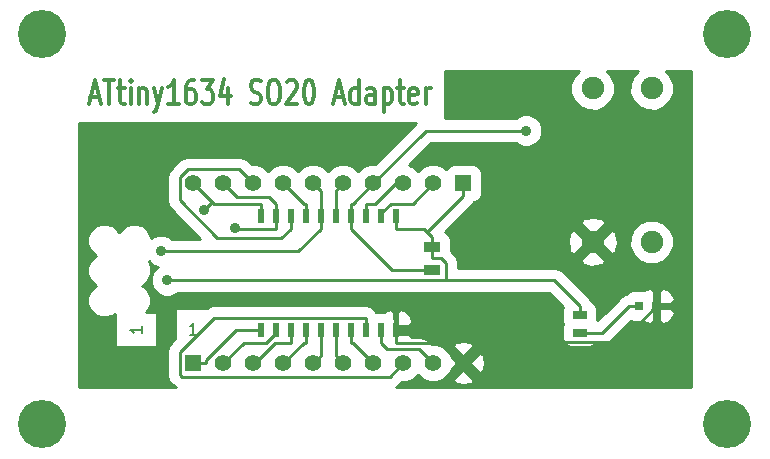
<source format=gtl>
G04 (created by PCBNEW (2013-09-28 BZR 4356)-product) date 25/03/2014 00:12:11*
%MOIN*%
G04 Gerber Fmt 3.4, Leading zero omitted, Abs format*
%FSLAX34Y34*%
G01*
G70*
G90*
G04 APERTURE LIST*
%ADD10C,0.005906*%
%ADD11C,0.005900*%
%ADD12C,0.012000*%
%ADD13C,0.074800*%
%ADD14R,0.031400X0.031400*%
%ADD15R,0.055000X0.055000*%
%ADD16C,0.055000*%
%ADD17R,0.055000X0.035000*%
%ADD18R,0.045000X0.025000*%
%ADD19R,0.020000X0.050000*%
%ADD20C,0.160000*%
%ADD21C,0.035000*%
%ADD22C,0.010000*%
G04 APERTURE END LIST*
G54D10*
G54D11*
X75604Y-45060D02*
X75379Y-45060D01*
X75492Y-45060D02*
X75492Y-44666D01*
X75454Y-44722D01*
X75417Y-44759D01*
X75379Y-44778D01*
X73800Y-44769D02*
X73800Y-44994D01*
X73800Y-44881D02*
X73406Y-44881D01*
X73462Y-44919D01*
X73500Y-44956D01*
X73518Y-44994D01*
G54D12*
X72073Y-37141D02*
X72359Y-37141D01*
X72016Y-37369D02*
X72216Y-36569D01*
X72416Y-37369D01*
X72530Y-36569D02*
X72873Y-36569D01*
X72702Y-37369D02*
X72702Y-36569D01*
X72987Y-36836D02*
X73216Y-36836D01*
X73073Y-36569D02*
X73073Y-37255D01*
X73102Y-37331D01*
X73159Y-37369D01*
X73216Y-37369D01*
X73416Y-37369D02*
X73416Y-36836D01*
X73416Y-36569D02*
X73387Y-36607D01*
X73416Y-36645D01*
X73445Y-36607D01*
X73416Y-36569D01*
X73416Y-36645D01*
X73702Y-36836D02*
X73702Y-37369D01*
X73702Y-36912D02*
X73730Y-36874D01*
X73787Y-36836D01*
X73873Y-36836D01*
X73930Y-36874D01*
X73959Y-36950D01*
X73959Y-37369D01*
X74187Y-36836D02*
X74330Y-37369D01*
X74473Y-36836D02*
X74330Y-37369D01*
X74273Y-37560D01*
X74245Y-37598D01*
X74187Y-37636D01*
X75016Y-37369D02*
X74673Y-37369D01*
X74845Y-37369D02*
X74845Y-36569D01*
X74787Y-36684D01*
X74730Y-36760D01*
X74673Y-36798D01*
X75530Y-36569D02*
X75416Y-36569D01*
X75359Y-36607D01*
X75330Y-36645D01*
X75273Y-36760D01*
X75245Y-36912D01*
X75245Y-37217D01*
X75273Y-37293D01*
X75302Y-37331D01*
X75359Y-37369D01*
X75473Y-37369D01*
X75530Y-37331D01*
X75559Y-37293D01*
X75587Y-37217D01*
X75587Y-37026D01*
X75559Y-36950D01*
X75530Y-36912D01*
X75473Y-36874D01*
X75359Y-36874D01*
X75302Y-36912D01*
X75273Y-36950D01*
X75245Y-37026D01*
X75787Y-36569D02*
X76159Y-36569D01*
X75959Y-36874D01*
X76045Y-36874D01*
X76102Y-36912D01*
X76130Y-36950D01*
X76159Y-37026D01*
X76159Y-37217D01*
X76130Y-37293D01*
X76102Y-37331D01*
X76045Y-37369D01*
X75873Y-37369D01*
X75816Y-37331D01*
X75787Y-37293D01*
X76673Y-36836D02*
X76673Y-37369D01*
X76530Y-36531D02*
X76387Y-37103D01*
X76759Y-37103D01*
X77416Y-37331D02*
X77502Y-37369D01*
X77645Y-37369D01*
X77702Y-37331D01*
X77730Y-37293D01*
X77759Y-37217D01*
X77759Y-37141D01*
X77730Y-37065D01*
X77702Y-37026D01*
X77645Y-36988D01*
X77530Y-36950D01*
X77473Y-36912D01*
X77445Y-36874D01*
X77416Y-36798D01*
X77416Y-36722D01*
X77445Y-36645D01*
X77473Y-36607D01*
X77530Y-36569D01*
X77673Y-36569D01*
X77759Y-36607D01*
X78130Y-36569D02*
X78245Y-36569D01*
X78302Y-36607D01*
X78359Y-36684D01*
X78387Y-36836D01*
X78387Y-37103D01*
X78359Y-37255D01*
X78302Y-37331D01*
X78245Y-37369D01*
X78130Y-37369D01*
X78073Y-37331D01*
X78016Y-37255D01*
X77987Y-37103D01*
X77987Y-36836D01*
X78016Y-36684D01*
X78073Y-36607D01*
X78130Y-36569D01*
X78616Y-36645D02*
X78645Y-36607D01*
X78702Y-36569D01*
X78845Y-36569D01*
X78902Y-36607D01*
X78930Y-36645D01*
X78959Y-36722D01*
X78959Y-36798D01*
X78930Y-36912D01*
X78587Y-37369D01*
X78959Y-37369D01*
X79330Y-36569D02*
X79387Y-36569D01*
X79445Y-36607D01*
X79473Y-36645D01*
X79502Y-36722D01*
X79530Y-36874D01*
X79530Y-37065D01*
X79502Y-37217D01*
X79473Y-37293D01*
X79445Y-37331D01*
X79387Y-37369D01*
X79330Y-37369D01*
X79273Y-37331D01*
X79245Y-37293D01*
X79216Y-37217D01*
X79187Y-37065D01*
X79187Y-36874D01*
X79216Y-36722D01*
X79245Y-36645D01*
X79273Y-36607D01*
X79330Y-36569D01*
X80216Y-37141D02*
X80502Y-37141D01*
X80159Y-37369D02*
X80359Y-36569D01*
X80559Y-37369D01*
X81016Y-37369D02*
X81016Y-36569D01*
X81016Y-37331D02*
X80959Y-37369D01*
X80845Y-37369D01*
X80787Y-37331D01*
X80759Y-37293D01*
X80730Y-37217D01*
X80730Y-36988D01*
X80759Y-36912D01*
X80787Y-36874D01*
X80845Y-36836D01*
X80959Y-36836D01*
X81016Y-36874D01*
X81559Y-37369D02*
X81559Y-36950D01*
X81530Y-36874D01*
X81473Y-36836D01*
X81359Y-36836D01*
X81302Y-36874D01*
X81559Y-37331D02*
X81502Y-37369D01*
X81359Y-37369D01*
X81302Y-37331D01*
X81273Y-37255D01*
X81273Y-37179D01*
X81302Y-37103D01*
X81359Y-37065D01*
X81502Y-37065D01*
X81559Y-37026D01*
X81845Y-36836D02*
X81845Y-37636D01*
X81845Y-36874D02*
X81902Y-36836D01*
X82016Y-36836D01*
X82073Y-36874D01*
X82102Y-36912D01*
X82130Y-36988D01*
X82130Y-37217D01*
X82102Y-37293D01*
X82073Y-37331D01*
X82016Y-37369D01*
X81902Y-37369D01*
X81845Y-37331D01*
X82302Y-36836D02*
X82530Y-36836D01*
X82387Y-36569D02*
X82387Y-37255D01*
X82416Y-37331D01*
X82473Y-37369D01*
X82530Y-37369D01*
X82959Y-37331D02*
X82902Y-37369D01*
X82787Y-37369D01*
X82730Y-37331D01*
X82702Y-37255D01*
X82702Y-36950D01*
X82730Y-36874D01*
X82787Y-36836D01*
X82902Y-36836D01*
X82959Y-36874D01*
X82987Y-36950D01*
X82987Y-37026D01*
X82702Y-37103D01*
X83245Y-37369D02*
X83245Y-36836D01*
X83245Y-36988D02*
X83273Y-36912D01*
X83302Y-36874D01*
X83359Y-36836D01*
X83416Y-36836D01*
G54D13*
X88816Y-36841D03*
X90784Y-36841D03*
X88816Y-41959D03*
X90784Y-41959D03*
G54D14*
X90354Y-44094D03*
X90944Y-44094D03*
G54D15*
X75500Y-46000D03*
G54D16*
X76500Y-46000D03*
X77500Y-46000D03*
X78500Y-46000D03*
X79500Y-46000D03*
X80500Y-46000D03*
X81500Y-46000D03*
X82500Y-46000D03*
X83500Y-46000D03*
X84500Y-46000D03*
G54D15*
X84500Y-40000D03*
G54D16*
X83500Y-40000D03*
X82500Y-40000D03*
X81500Y-40000D03*
X80500Y-40000D03*
X79500Y-40000D03*
X78500Y-40000D03*
X77500Y-40000D03*
X76500Y-40000D03*
X75500Y-40000D03*
G54D17*
X83464Y-42144D03*
X83464Y-42894D03*
G54D18*
X88385Y-44385D03*
X88385Y-44985D03*
G54D19*
X82250Y-41100D03*
X81750Y-41100D03*
X81250Y-41100D03*
X80750Y-41100D03*
X80250Y-41100D03*
X79750Y-41100D03*
X79250Y-41100D03*
X78750Y-41100D03*
X78250Y-41100D03*
X77750Y-41100D03*
X77750Y-44900D03*
X78250Y-44900D03*
X78750Y-44900D03*
X79250Y-44900D03*
X79750Y-44900D03*
X80250Y-44900D03*
X80750Y-44900D03*
X81250Y-44900D03*
X81750Y-44900D03*
X82250Y-44900D03*
G54D20*
X70472Y-35039D03*
X93307Y-35039D03*
X70472Y-48031D03*
X93307Y-48031D03*
G54D21*
X85768Y-45285D03*
X76880Y-41482D03*
X74433Y-42262D03*
X75870Y-40900D03*
X86599Y-38250D03*
X74632Y-43240D03*
G54D22*
X83818Y-45318D02*
X82250Y-45318D01*
X84500Y-46000D02*
X83818Y-45318D01*
X82250Y-44900D02*
X82250Y-45318D01*
X89753Y-45285D02*
X85768Y-45285D01*
X90944Y-44094D02*
X89753Y-45285D01*
X85214Y-45285D02*
X84500Y-46000D01*
X85768Y-45285D02*
X85214Y-45285D01*
X78250Y-41309D02*
X78250Y-41518D01*
X78250Y-41309D02*
X78250Y-41100D01*
X76963Y-40463D02*
X76500Y-40000D01*
X78031Y-40463D02*
X76963Y-40463D01*
X78250Y-40681D02*
X78031Y-40463D01*
X78250Y-41100D02*
X78250Y-40681D01*
X76915Y-41518D02*
X76880Y-41482D01*
X78250Y-41518D02*
X76915Y-41518D01*
X79750Y-40250D02*
X79750Y-41100D01*
X79500Y-40000D02*
X79750Y-40250D01*
X79750Y-41100D02*
X79750Y-41518D01*
X79005Y-42262D02*
X74433Y-42262D01*
X79750Y-41518D02*
X79005Y-42262D01*
X77750Y-41100D02*
X77750Y-40681D01*
X76135Y-40635D02*
X75870Y-40900D01*
X76181Y-40681D02*
X76135Y-40635D01*
X77750Y-40681D02*
X76181Y-40681D01*
X76135Y-40635D02*
X75500Y-40000D01*
X80750Y-41100D02*
X80750Y-40681D01*
X82126Y-42894D02*
X80750Y-41518D01*
X83464Y-42894D02*
X82126Y-42894D01*
X80750Y-41100D02*
X80750Y-41518D01*
X80818Y-40681D02*
X81500Y-40000D01*
X80750Y-40681D02*
X80818Y-40681D01*
X83249Y-38250D02*
X86599Y-38250D01*
X81500Y-40000D02*
X83249Y-38250D01*
X89138Y-44985D02*
X90029Y-44094D01*
X88385Y-44985D02*
X89138Y-44985D01*
X90354Y-44094D02*
X90029Y-44094D01*
X75943Y-45889D02*
X75943Y-46000D01*
X76932Y-44900D02*
X75943Y-45889D01*
X77750Y-44900D02*
X76932Y-44900D01*
X75500Y-46000D02*
X75943Y-46000D01*
X77181Y-45318D02*
X76500Y-46000D01*
X77919Y-45318D02*
X77181Y-45318D01*
X78250Y-44987D02*
X77919Y-45318D01*
X78250Y-44900D02*
X78250Y-44987D01*
X78750Y-44900D02*
X78750Y-45318D01*
X78227Y-45318D02*
X78750Y-45318D01*
X77546Y-46000D02*
X78227Y-45318D01*
X77500Y-46000D02*
X77546Y-46000D01*
X79181Y-45318D02*
X78500Y-46000D01*
X79250Y-45318D02*
X79181Y-45318D01*
X79250Y-44900D02*
X79250Y-45318D01*
X79750Y-45750D02*
X79500Y-46000D01*
X79750Y-44900D02*
X79750Y-45750D01*
X80250Y-45750D02*
X80500Y-46000D01*
X80250Y-44900D02*
X80250Y-45750D01*
X80818Y-45318D02*
X81500Y-46000D01*
X80750Y-45318D02*
X80818Y-45318D01*
X80750Y-44900D02*
X80750Y-45318D01*
X82052Y-46447D02*
X82500Y-46000D01*
X75112Y-46447D02*
X82052Y-46447D01*
X75056Y-46391D02*
X75112Y-46447D01*
X75056Y-45619D02*
X75056Y-46391D01*
X76194Y-44481D02*
X75056Y-45619D01*
X81250Y-44481D02*
X76194Y-44481D01*
X81250Y-44900D02*
X81250Y-44481D01*
X83036Y-45536D02*
X83500Y-46000D01*
X81968Y-45536D02*
X83036Y-45536D01*
X81750Y-45318D02*
X81968Y-45536D01*
X81750Y-44900D02*
X81750Y-45318D01*
X82818Y-40681D02*
X83500Y-40000D01*
X82080Y-40681D02*
X82818Y-40681D01*
X81750Y-41012D02*
X82080Y-40681D01*
X81750Y-41100D02*
X81750Y-41012D01*
X82249Y-40000D02*
X82500Y-40000D01*
X81567Y-40681D02*
X82249Y-40000D01*
X81250Y-40681D02*
X81567Y-40681D01*
X81250Y-41100D02*
X81250Y-40681D01*
X80250Y-40250D02*
X80500Y-40000D01*
X80250Y-41100D02*
X80250Y-40250D01*
X79181Y-40681D02*
X78500Y-40000D01*
X79250Y-40681D02*
X79181Y-40681D01*
X79250Y-41100D02*
X79250Y-40681D01*
X78750Y-41100D02*
X78750Y-41518D01*
X77035Y-39535D02*
X77500Y-40000D01*
X75327Y-39535D02*
X77035Y-39535D01*
X75053Y-39810D02*
X75327Y-39535D01*
X75053Y-40571D02*
X75053Y-39810D01*
X76307Y-41826D02*
X75053Y-40571D01*
X78442Y-41826D02*
X76307Y-41826D01*
X78750Y-41518D02*
X78442Y-41826D01*
X83464Y-42144D02*
X83464Y-42487D01*
X88385Y-44385D02*
X88385Y-44091D01*
X82250Y-41100D02*
X82250Y-41518D01*
X83464Y-42144D02*
X83464Y-41801D01*
X84500Y-40000D02*
X84500Y-40443D01*
X83303Y-41640D02*
X84500Y-40443D01*
X83181Y-41518D02*
X83303Y-41640D01*
X82250Y-41518D02*
X83181Y-41518D01*
X83303Y-41640D02*
X83464Y-41801D01*
X83917Y-43240D02*
X74632Y-43240D01*
X87534Y-43240D02*
X83917Y-43240D01*
X88385Y-44091D02*
X87534Y-43240D01*
X83747Y-42487D02*
X83464Y-42487D01*
X83917Y-42657D02*
X83747Y-42487D01*
X83917Y-43240D02*
X83917Y-42657D01*
G54D10*
G36*
X92079Y-46804D02*
X91545Y-46804D01*
X91545Y-44339D01*
X91545Y-44283D01*
X91545Y-43905D01*
X91545Y-43849D01*
X91523Y-43795D01*
X91523Y-41812D01*
X91410Y-41540D01*
X91203Y-41332D01*
X90931Y-41220D01*
X90637Y-41219D01*
X90365Y-41332D01*
X90157Y-41539D01*
X90045Y-41811D01*
X90044Y-42105D01*
X90157Y-42377D01*
X90364Y-42585D01*
X90636Y-42697D01*
X90930Y-42698D01*
X91202Y-42585D01*
X91410Y-42378D01*
X91522Y-42106D01*
X91523Y-41812D01*
X91523Y-43795D01*
X91477Y-43686D01*
X91352Y-43561D01*
X91189Y-43493D01*
X91134Y-43493D01*
X91023Y-43604D01*
X91023Y-44015D01*
X91434Y-44015D01*
X91545Y-43905D01*
X91545Y-44283D01*
X91434Y-44172D01*
X91023Y-44172D01*
X91023Y-44584D01*
X91134Y-44695D01*
X91189Y-44695D01*
X91352Y-44627D01*
X91477Y-44502D01*
X91545Y-44339D01*
X91545Y-46804D01*
X85231Y-46804D01*
X85231Y-46034D01*
X85189Y-45751D01*
X85163Y-45688D01*
X85026Y-45668D01*
X84831Y-45862D01*
X84831Y-45473D01*
X84811Y-45336D01*
X84534Y-45268D01*
X84251Y-45310D01*
X84188Y-45336D01*
X84168Y-45473D01*
X84500Y-45805D01*
X84831Y-45473D01*
X84831Y-45862D01*
X84694Y-46000D01*
X85026Y-46331D01*
X85163Y-46311D01*
X85231Y-46034D01*
X85231Y-46804D01*
X84831Y-46804D01*
X84831Y-46526D01*
X84500Y-46194D01*
X84168Y-46526D01*
X84188Y-46663D01*
X84465Y-46731D01*
X84748Y-46689D01*
X84811Y-46663D01*
X84831Y-46526D01*
X84831Y-46804D01*
X82251Y-46804D01*
X82346Y-46740D01*
X82446Y-46639D01*
X82626Y-46640D01*
X82862Y-46542D01*
X83000Y-46405D01*
X83137Y-46542D01*
X83372Y-46639D01*
X83626Y-46640D01*
X83862Y-46542D01*
X84042Y-46362D01*
X84112Y-46192D01*
X84305Y-46000D01*
X84112Y-45807D01*
X84042Y-45637D01*
X83862Y-45457D01*
X83627Y-45360D01*
X83446Y-45359D01*
X83329Y-45242D01*
X83194Y-45152D01*
X83036Y-45121D01*
X83036Y-45121D01*
X82793Y-45121D01*
X82793Y-44664D01*
X82793Y-44561D01*
X82726Y-44398D01*
X82601Y-44273D01*
X82438Y-44206D01*
X82410Y-44206D01*
X82300Y-44317D01*
X82300Y-44775D01*
X82682Y-44775D01*
X82793Y-44664D01*
X82793Y-45121D01*
X82778Y-45121D01*
X82682Y-45025D01*
X82300Y-45025D01*
X82300Y-45054D01*
X82214Y-45054D01*
X82214Y-44577D01*
X82200Y-44541D01*
X82200Y-44317D01*
X82089Y-44206D01*
X82061Y-44206D01*
X81898Y-44273D01*
X81887Y-44285D01*
X81777Y-44285D01*
X81607Y-44285D01*
X81543Y-44188D01*
X81408Y-44098D01*
X81250Y-44066D01*
X76194Y-44066D01*
X76035Y-44098D01*
X75981Y-44134D01*
X75954Y-44152D01*
X74910Y-44152D01*
X74910Y-45179D01*
X74763Y-45325D01*
X74673Y-45460D01*
X74641Y-45619D01*
X74641Y-45619D01*
X74641Y-46391D01*
X74641Y-46391D01*
X74673Y-46550D01*
X74763Y-46685D01*
X74818Y-46740D01*
X74818Y-46740D01*
X74818Y-46740D01*
X74914Y-46804D01*
X71699Y-46804D01*
X71699Y-37992D01*
X82920Y-37992D01*
X81553Y-39360D01*
X81373Y-39359D01*
X81137Y-39457D01*
X80999Y-39594D01*
X80862Y-39457D01*
X80627Y-39360D01*
X80373Y-39359D01*
X80137Y-39457D01*
X79999Y-39594D01*
X79862Y-39457D01*
X79627Y-39360D01*
X79373Y-39359D01*
X79137Y-39457D01*
X78999Y-39594D01*
X78862Y-39457D01*
X78627Y-39360D01*
X78373Y-39359D01*
X78137Y-39457D01*
X77999Y-39594D01*
X77862Y-39457D01*
X77627Y-39360D01*
X77446Y-39359D01*
X77329Y-39242D01*
X77194Y-39152D01*
X77035Y-39120D01*
X77035Y-39120D01*
X75327Y-39120D01*
X75327Y-39120D01*
X75169Y-39152D01*
X75034Y-39242D01*
X74759Y-39516D01*
X74669Y-39651D01*
X74638Y-39810D01*
X74638Y-39810D01*
X74638Y-40571D01*
X74638Y-40571D01*
X74669Y-40730D01*
X74759Y-40865D01*
X75742Y-41847D01*
X74781Y-41847D01*
X74739Y-41804D01*
X74540Y-41722D01*
X74326Y-41722D01*
X74127Y-41804D01*
X74096Y-41835D01*
X74096Y-41801D01*
X74010Y-41593D01*
X73851Y-41434D01*
X73644Y-41348D01*
X73419Y-41348D01*
X73211Y-41434D01*
X73052Y-41592D01*
X73031Y-41644D01*
X73010Y-41593D01*
X72851Y-41434D01*
X72644Y-41348D01*
X72419Y-41348D01*
X72211Y-41434D01*
X72052Y-41592D01*
X71966Y-41800D01*
X71966Y-42025D01*
X72052Y-42232D01*
X72211Y-42392D01*
X72262Y-42413D01*
X72211Y-42434D01*
X72052Y-42592D01*
X71966Y-42800D01*
X71966Y-43025D01*
X72052Y-43232D01*
X72211Y-43392D01*
X72262Y-43413D01*
X72211Y-43434D01*
X72052Y-43592D01*
X71966Y-43800D01*
X71966Y-44025D01*
X72052Y-44232D01*
X72211Y-44392D01*
X72418Y-44478D01*
X72643Y-44478D01*
X72851Y-44392D01*
X72892Y-44351D01*
X72892Y-45463D01*
X74292Y-45463D01*
X74292Y-44299D01*
X73944Y-44299D01*
X74010Y-44233D01*
X74096Y-44026D01*
X74096Y-43801D01*
X74010Y-43593D01*
X73851Y-43434D01*
X73800Y-43413D01*
X73851Y-43392D01*
X74010Y-43233D01*
X74096Y-43026D01*
X74096Y-42801D01*
X74017Y-42610D01*
X74126Y-42719D01*
X74312Y-42796D01*
X74175Y-42933D01*
X74092Y-43132D01*
X74092Y-43347D01*
X74174Y-43545D01*
X74326Y-43697D01*
X74524Y-43780D01*
X74739Y-43780D01*
X74938Y-43698D01*
X74981Y-43655D01*
X83917Y-43655D01*
X87362Y-43655D01*
X87824Y-44117D01*
X87795Y-44187D01*
X87795Y-44332D01*
X87795Y-44582D01*
X87838Y-44685D01*
X87795Y-44787D01*
X87795Y-44932D01*
X87795Y-45182D01*
X87851Y-45316D01*
X87954Y-45419D01*
X88088Y-45475D01*
X88233Y-45475D01*
X88683Y-45475D01*
X88817Y-45419D01*
X88836Y-45400D01*
X89138Y-45400D01*
X89138Y-45400D01*
X89138Y-45400D01*
X89297Y-45368D01*
X89297Y-45368D01*
X89432Y-45278D01*
X90103Y-44607D01*
X90125Y-44616D01*
X90270Y-44616D01*
X90525Y-44616D01*
X90536Y-44627D01*
X90699Y-44695D01*
X90755Y-44695D01*
X90866Y-44584D01*
X90866Y-44349D01*
X90876Y-44324D01*
X90876Y-44178D01*
X90876Y-43864D01*
X90866Y-43839D01*
X90866Y-43604D01*
X90755Y-43493D01*
X90699Y-43493D01*
X90536Y-43561D01*
X90525Y-43572D01*
X90439Y-43572D01*
X90125Y-43572D01*
X89990Y-43628D01*
X89917Y-43701D01*
X89917Y-43701D01*
X89870Y-43711D01*
X89816Y-43747D01*
X89736Y-43801D01*
X89736Y-43801D01*
X89648Y-43888D01*
X89648Y-42007D01*
X89603Y-41685D01*
X89566Y-41595D01*
X89420Y-41562D01*
X89212Y-41770D01*
X89212Y-41354D01*
X89179Y-41208D01*
X88864Y-41126D01*
X88542Y-41171D01*
X88452Y-41208D01*
X88419Y-41354D01*
X88816Y-41751D01*
X89212Y-41354D01*
X89212Y-41770D01*
X89023Y-41959D01*
X89420Y-42355D01*
X89566Y-42322D01*
X89648Y-42007D01*
X89648Y-43888D01*
X89212Y-44324D01*
X89212Y-42563D01*
X88816Y-42166D01*
X88608Y-42374D01*
X88608Y-41959D01*
X88211Y-41562D01*
X88065Y-41595D01*
X87983Y-41910D01*
X88028Y-42232D01*
X88065Y-42322D01*
X88211Y-42355D01*
X88608Y-41959D01*
X88608Y-42374D01*
X88419Y-42563D01*
X88452Y-42709D01*
X88767Y-42791D01*
X89089Y-42746D01*
X89179Y-42709D01*
X89212Y-42563D01*
X89212Y-44324D01*
X88975Y-44561D01*
X88975Y-44437D01*
X88975Y-44187D01*
X88920Y-44053D01*
X88817Y-43950D01*
X88766Y-43929D01*
X88679Y-43798D01*
X87827Y-42946D01*
X87692Y-42856D01*
X87534Y-42825D01*
X87534Y-42825D01*
X84332Y-42825D01*
X84332Y-42657D01*
X84300Y-42498D01*
X84300Y-42498D01*
X84264Y-42444D01*
X84210Y-42364D01*
X84210Y-42364D01*
X84104Y-42257D01*
X84104Y-42247D01*
X84104Y-41897D01*
X84048Y-41762D01*
X83946Y-41660D01*
X83892Y-41637D01*
X84793Y-40736D01*
X84793Y-40736D01*
X84793Y-40736D01*
X84861Y-40634D01*
X84981Y-40584D01*
X85084Y-40481D01*
X85139Y-40347D01*
X85139Y-40202D01*
X85139Y-39652D01*
X85084Y-39518D01*
X84981Y-39415D01*
X84847Y-39360D01*
X84702Y-39360D01*
X84152Y-39360D01*
X84018Y-39415D01*
X83919Y-39514D01*
X83862Y-39457D01*
X83627Y-39360D01*
X83373Y-39359D01*
X83137Y-39457D01*
X82999Y-39594D01*
X82862Y-39457D01*
X82697Y-39389D01*
X83421Y-38665D01*
X86250Y-38665D01*
X86292Y-38708D01*
X86491Y-38790D01*
X86706Y-38790D01*
X86904Y-38708D01*
X87056Y-38556D01*
X87139Y-38358D01*
X87139Y-38143D01*
X87057Y-37945D01*
X86905Y-37793D01*
X86707Y-37710D01*
X86492Y-37710D01*
X86293Y-37792D01*
X86250Y-37835D01*
X83898Y-37835D01*
X83898Y-36266D01*
X88345Y-36266D01*
X88189Y-36421D01*
X88077Y-36693D01*
X88076Y-36987D01*
X88189Y-37259D01*
X88396Y-37467D01*
X88668Y-37579D01*
X88962Y-37580D01*
X89234Y-37467D01*
X89442Y-37260D01*
X89554Y-36988D01*
X89555Y-36694D01*
X89442Y-36422D01*
X89286Y-36266D01*
X90313Y-36266D01*
X90157Y-36421D01*
X90045Y-36693D01*
X90044Y-36987D01*
X90157Y-37259D01*
X90364Y-37467D01*
X90636Y-37579D01*
X90930Y-37580D01*
X91202Y-37467D01*
X91410Y-37260D01*
X91522Y-36988D01*
X91523Y-36694D01*
X91410Y-36422D01*
X91254Y-36266D01*
X92079Y-36266D01*
X92079Y-46804D01*
X92079Y-46804D01*
G37*
G54D22*
X92079Y-46804D02*
X91545Y-46804D01*
X91545Y-44339D01*
X91545Y-44283D01*
X91545Y-43905D01*
X91545Y-43849D01*
X91523Y-43795D01*
X91523Y-41812D01*
X91410Y-41540D01*
X91203Y-41332D01*
X90931Y-41220D01*
X90637Y-41219D01*
X90365Y-41332D01*
X90157Y-41539D01*
X90045Y-41811D01*
X90044Y-42105D01*
X90157Y-42377D01*
X90364Y-42585D01*
X90636Y-42697D01*
X90930Y-42698D01*
X91202Y-42585D01*
X91410Y-42378D01*
X91522Y-42106D01*
X91523Y-41812D01*
X91523Y-43795D01*
X91477Y-43686D01*
X91352Y-43561D01*
X91189Y-43493D01*
X91134Y-43493D01*
X91023Y-43604D01*
X91023Y-44015D01*
X91434Y-44015D01*
X91545Y-43905D01*
X91545Y-44283D01*
X91434Y-44172D01*
X91023Y-44172D01*
X91023Y-44584D01*
X91134Y-44695D01*
X91189Y-44695D01*
X91352Y-44627D01*
X91477Y-44502D01*
X91545Y-44339D01*
X91545Y-46804D01*
X85231Y-46804D01*
X85231Y-46034D01*
X85189Y-45751D01*
X85163Y-45688D01*
X85026Y-45668D01*
X84831Y-45862D01*
X84831Y-45473D01*
X84811Y-45336D01*
X84534Y-45268D01*
X84251Y-45310D01*
X84188Y-45336D01*
X84168Y-45473D01*
X84500Y-45805D01*
X84831Y-45473D01*
X84831Y-45862D01*
X84694Y-46000D01*
X85026Y-46331D01*
X85163Y-46311D01*
X85231Y-46034D01*
X85231Y-46804D01*
X84831Y-46804D01*
X84831Y-46526D01*
X84500Y-46194D01*
X84168Y-46526D01*
X84188Y-46663D01*
X84465Y-46731D01*
X84748Y-46689D01*
X84811Y-46663D01*
X84831Y-46526D01*
X84831Y-46804D01*
X82251Y-46804D01*
X82346Y-46740D01*
X82446Y-46639D01*
X82626Y-46640D01*
X82862Y-46542D01*
X83000Y-46405D01*
X83137Y-46542D01*
X83372Y-46639D01*
X83626Y-46640D01*
X83862Y-46542D01*
X84042Y-46362D01*
X84112Y-46192D01*
X84305Y-46000D01*
X84112Y-45807D01*
X84042Y-45637D01*
X83862Y-45457D01*
X83627Y-45360D01*
X83446Y-45359D01*
X83329Y-45242D01*
X83194Y-45152D01*
X83036Y-45121D01*
X83036Y-45121D01*
X82793Y-45121D01*
X82793Y-44664D01*
X82793Y-44561D01*
X82726Y-44398D01*
X82601Y-44273D01*
X82438Y-44206D01*
X82410Y-44206D01*
X82300Y-44317D01*
X82300Y-44775D01*
X82682Y-44775D01*
X82793Y-44664D01*
X82793Y-45121D01*
X82778Y-45121D01*
X82682Y-45025D01*
X82300Y-45025D01*
X82300Y-45054D01*
X82214Y-45054D01*
X82214Y-44577D01*
X82200Y-44541D01*
X82200Y-44317D01*
X82089Y-44206D01*
X82061Y-44206D01*
X81898Y-44273D01*
X81887Y-44285D01*
X81777Y-44285D01*
X81607Y-44285D01*
X81543Y-44188D01*
X81408Y-44098D01*
X81250Y-44066D01*
X76194Y-44066D01*
X76035Y-44098D01*
X75981Y-44134D01*
X75954Y-44152D01*
X74910Y-44152D01*
X74910Y-45179D01*
X74763Y-45325D01*
X74673Y-45460D01*
X74641Y-45619D01*
X74641Y-45619D01*
X74641Y-46391D01*
X74641Y-46391D01*
X74673Y-46550D01*
X74763Y-46685D01*
X74818Y-46740D01*
X74818Y-46740D01*
X74818Y-46740D01*
X74914Y-46804D01*
X71699Y-46804D01*
X71699Y-37992D01*
X82920Y-37992D01*
X81553Y-39360D01*
X81373Y-39359D01*
X81137Y-39457D01*
X80999Y-39594D01*
X80862Y-39457D01*
X80627Y-39360D01*
X80373Y-39359D01*
X80137Y-39457D01*
X79999Y-39594D01*
X79862Y-39457D01*
X79627Y-39360D01*
X79373Y-39359D01*
X79137Y-39457D01*
X78999Y-39594D01*
X78862Y-39457D01*
X78627Y-39360D01*
X78373Y-39359D01*
X78137Y-39457D01*
X77999Y-39594D01*
X77862Y-39457D01*
X77627Y-39360D01*
X77446Y-39359D01*
X77329Y-39242D01*
X77194Y-39152D01*
X77035Y-39120D01*
X77035Y-39120D01*
X75327Y-39120D01*
X75327Y-39120D01*
X75169Y-39152D01*
X75034Y-39242D01*
X74759Y-39516D01*
X74669Y-39651D01*
X74638Y-39810D01*
X74638Y-39810D01*
X74638Y-40571D01*
X74638Y-40571D01*
X74669Y-40730D01*
X74759Y-40865D01*
X75742Y-41847D01*
X74781Y-41847D01*
X74739Y-41804D01*
X74540Y-41722D01*
X74326Y-41722D01*
X74127Y-41804D01*
X74096Y-41835D01*
X74096Y-41801D01*
X74010Y-41593D01*
X73851Y-41434D01*
X73644Y-41348D01*
X73419Y-41348D01*
X73211Y-41434D01*
X73052Y-41592D01*
X73031Y-41644D01*
X73010Y-41593D01*
X72851Y-41434D01*
X72644Y-41348D01*
X72419Y-41348D01*
X72211Y-41434D01*
X72052Y-41592D01*
X71966Y-41800D01*
X71966Y-42025D01*
X72052Y-42232D01*
X72211Y-42392D01*
X72262Y-42413D01*
X72211Y-42434D01*
X72052Y-42592D01*
X71966Y-42800D01*
X71966Y-43025D01*
X72052Y-43232D01*
X72211Y-43392D01*
X72262Y-43413D01*
X72211Y-43434D01*
X72052Y-43592D01*
X71966Y-43800D01*
X71966Y-44025D01*
X72052Y-44232D01*
X72211Y-44392D01*
X72418Y-44478D01*
X72643Y-44478D01*
X72851Y-44392D01*
X72892Y-44351D01*
X72892Y-45463D01*
X74292Y-45463D01*
X74292Y-44299D01*
X73944Y-44299D01*
X74010Y-44233D01*
X74096Y-44026D01*
X74096Y-43801D01*
X74010Y-43593D01*
X73851Y-43434D01*
X73800Y-43413D01*
X73851Y-43392D01*
X74010Y-43233D01*
X74096Y-43026D01*
X74096Y-42801D01*
X74017Y-42610D01*
X74126Y-42719D01*
X74312Y-42796D01*
X74175Y-42933D01*
X74092Y-43132D01*
X74092Y-43347D01*
X74174Y-43545D01*
X74326Y-43697D01*
X74524Y-43780D01*
X74739Y-43780D01*
X74938Y-43698D01*
X74981Y-43655D01*
X83917Y-43655D01*
X87362Y-43655D01*
X87824Y-44117D01*
X87795Y-44187D01*
X87795Y-44332D01*
X87795Y-44582D01*
X87838Y-44685D01*
X87795Y-44787D01*
X87795Y-44932D01*
X87795Y-45182D01*
X87851Y-45316D01*
X87954Y-45419D01*
X88088Y-45475D01*
X88233Y-45475D01*
X88683Y-45475D01*
X88817Y-45419D01*
X88836Y-45400D01*
X89138Y-45400D01*
X89138Y-45400D01*
X89138Y-45400D01*
X89297Y-45368D01*
X89297Y-45368D01*
X89432Y-45278D01*
X90103Y-44607D01*
X90125Y-44616D01*
X90270Y-44616D01*
X90525Y-44616D01*
X90536Y-44627D01*
X90699Y-44695D01*
X90755Y-44695D01*
X90866Y-44584D01*
X90866Y-44349D01*
X90876Y-44324D01*
X90876Y-44178D01*
X90876Y-43864D01*
X90866Y-43839D01*
X90866Y-43604D01*
X90755Y-43493D01*
X90699Y-43493D01*
X90536Y-43561D01*
X90525Y-43572D01*
X90439Y-43572D01*
X90125Y-43572D01*
X89990Y-43628D01*
X89917Y-43701D01*
X89917Y-43701D01*
X89870Y-43711D01*
X89816Y-43747D01*
X89736Y-43801D01*
X89736Y-43801D01*
X89648Y-43888D01*
X89648Y-42007D01*
X89603Y-41685D01*
X89566Y-41595D01*
X89420Y-41562D01*
X89212Y-41770D01*
X89212Y-41354D01*
X89179Y-41208D01*
X88864Y-41126D01*
X88542Y-41171D01*
X88452Y-41208D01*
X88419Y-41354D01*
X88816Y-41751D01*
X89212Y-41354D01*
X89212Y-41770D01*
X89023Y-41959D01*
X89420Y-42355D01*
X89566Y-42322D01*
X89648Y-42007D01*
X89648Y-43888D01*
X89212Y-44324D01*
X89212Y-42563D01*
X88816Y-42166D01*
X88608Y-42374D01*
X88608Y-41959D01*
X88211Y-41562D01*
X88065Y-41595D01*
X87983Y-41910D01*
X88028Y-42232D01*
X88065Y-42322D01*
X88211Y-42355D01*
X88608Y-41959D01*
X88608Y-42374D01*
X88419Y-42563D01*
X88452Y-42709D01*
X88767Y-42791D01*
X89089Y-42746D01*
X89179Y-42709D01*
X89212Y-42563D01*
X89212Y-44324D01*
X88975Y-44561D01*
X88975Y-44437D01*
X88975Y-44187D01*
X88920Y-44053D01*
X88817Y-43950D01*
X88766Y-43929D01*
X88679Y-43798D01*
X87827Y-42946D01*
X87692Y-42856D01*
X87534Y-42825D01*
X87534Y-42825D01*
X84332Y-42825D01*
X84332Y-42657D01*
X84300Y-42498D01*
X84300Y-42498D01*
X84264Y-42444D01*
X84210Y-42364D01*
X84210Y-42364D01*
X84104Y-42257D01*
X84104Y-42247D01*
X84104Y-41897D01*
X84048Y-41762D01*
X83946Y-41660D01*
X83892Y-41637D01*
X84793Y-40736D01*
X84793Y-40736D01*
X84793Y-40736D01*
X84861Y-40634D01*
X84981Y-40584D01*
X85084Y-40481D01*
X85139Y-40347D01*
X85139Y-40202D01*
X85139Y-39652D01*
X85084Y-39518D01*
X84981Y-39415D01*
X84847Y-39360D01*
X84702Y-39360D01*
X84152Y-39360D01*
X84018Y-39415D01*
X83919Y-39514D01*
X83862Y-39457D01*
X83627Y-39360D01*
X83373Y-39359D01*
X83137Y-39457D01*
X82999Y-39594D01*
X82862Y-39457D01*
X82697Y-39389D01*
X83421Y-38665D01*
X86250Y-38665D01*
X86292Y-38708D01*
X86491Y-38790D01*
X86706Y-38790D01*
X86904Y-38708D01*
X87056Y-38556D01*
X87139Y-38358D01*
X87139Y-38143D01*
X87057Y-37945D01*
X86905Y-37793D01*
X86707Y-37710D01*
X86492Y-37710D01*
X86293Y-37792D01*
X86250Y-37835D01*
X83898Y-37835D01*
X83898Y-36266D01*
X88345Y-36266D01*
X88189Y-36421D01*
X88077Y-36693D01*
X88076Y-36987D01*
X88189Y-37259D01*
X88396Y-37467D01*
X88668Y-37579D01*
X88962Y-37580D01*
X89234Y-37467D01*
X89442Y-37260D01*
X89554Y-36988D01*
X89555Y-36694D01*
X89442Y-36422D01*
X89286Y-36266D01*
X90313Y-36266D01*
X90157Y-36421D01*
X90045Y-36693D01*
X90044Y-36987D01*
X90157Y-37259D01*
X90364Y-37467D01*
X90636Y-37579D01*
X90930Y-37580D01*
X91202Y-37467D01*
X91410Y-37260D01*
X91522Y-36988D01*
X91523Y-36694D01*
X91410Y-36422D01*
X91254Y-36266D01*
X92079Y-36266D01*
X92079Y-46804D01*
M02*

</source>
